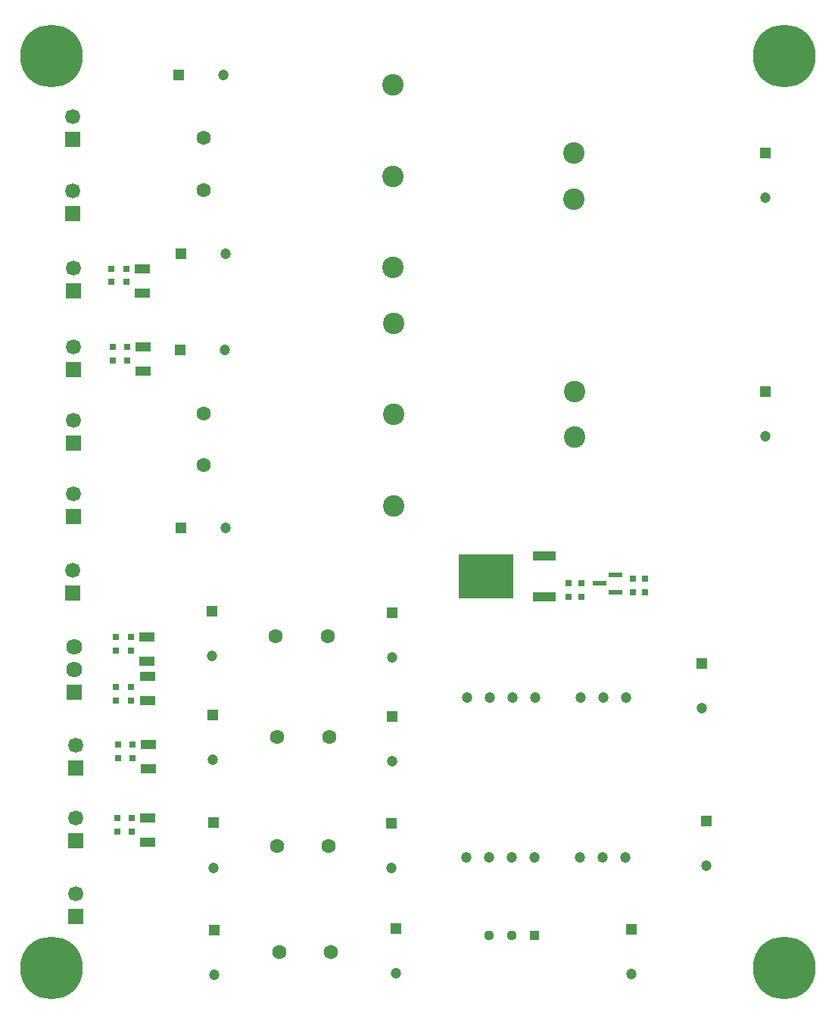
<source format=gbr>
%FSTAX23Y23*%
%MOIN*%
%SFA1B1*%

%IPPOS*%
%ADD10R,0.029527X0.031496*%
%ADD11R,0.062992X0.023622*%
%ADD12R,0.244094X0.192913*%
%ADD13R,0.102362X0.039370*%
%ADD14R,0.066929X0.043307*%
%ADD18C,0.094488*%
%ADD19C,0.275590*%
%ADD20C,0.047244*%
%ADD21R,0.044488X0.044488*%
%ADD22C,0.044488*%
%ADD23R,0.047244X0.047244*%
%ADD24C,0.062992*%
%ADD25R,0.066535X0.066535*%
%ADD26C,0.066535*%
%ADD27R,0.070275X0.070275*%
%ADD28C,0.070275*%
%ADD29R,0.047244X0.047244*%
%LNpcb.psu.dcdc.001.a1_pads_top-1*%
%LPD*%
G54D10*
X02773Y01813D03*
Y01873D03*
X02717Y01813D03*
Y01873D03*
X02491Y01792D03*
Y01851D03*
X02436D03*
Y01792D03*
X00447Y0076D03*
Y00819D03*
X00512Y0076D03*
Y00819D03*
X0045Y01082D03*
Y01141D03*
X00514Y01082D03*
Y01141D03*
X00443Y01556D03*
Y01615D03*
X00507Y01556D03*
Y01615D03*
X00443Y01335D03*
Y01394D03*
X00507Y01335D03*
Y01394D03*
X00428Y02833D03*
Y02892D03*
X00492Y02833D03*
X00492Y02892D03*
X00423Y03177D03*
Y03236D03*
X00487Y03177D03*
Y03236D03*
G54D11*
X02641Y01813D03*
Y01888D03*
X0257Y01851D03*
G54D12*
X02073Y01882D03*
G54D13*
X02329Y01973D03*
Y01792D03*
G54D14*
X00583Y00819D03*
Y00713D03*
X00585Y01142D03*
Y01036D03*
X0058Y01442D03*
Y01336D03*
X00579Y01616D03*
Y01509D03*
X00563Y02892D03*
Y02786D03*
X00559Y03236D03*
Y03129D03*
G54D18*
X01664Y02594D03*
Y02192D03*
Y02996D03*
X02463Y02494D03*
Y02694D03*
X0166Y03643D03*
Y03242D03*
Y04045D03*
X02459Y03543D03*
Y03744D03*
G54D19*
X03385Y04173D03*
Y00157D03*
X00157D03*
Y04173D03*
G54D20*
X01986Y00645D03*
X02086D03*
X02186D03*
X02286D03*
X02486D03*
X02586D03*
X02686D03*
X01675Y00134D03*
X00871Y006D03*
X00869Y01074D03*
X033Y025D03*
X01988Y01349D03*
X02088D03*
X02188D03*
X02288D03*
X02488D03*
X02588D03*
X02688D03*
X033Y03548D03*
X00876Y00128D03*
X0271Y00132D03*
X01654Y00598D03*
X03043Y00608D03*
X00866Y01531D03*
X01659Y01069D03*
Y01526D03*
X03023Y01301D03*
X00926Y02094D03*
X00923Y02877D03*
X00925Y03303D03*
X00914Y0409D03*
G54D21*
X02284Y00301D03*
G54D22*
X02184Y00301D03*
X02084D03*
G54D23*
X01675Y00331D03*
X00871Y00797D03*
X00869Y01271D03*
X033Y02696D03*
Y03745D03*
X00876Y00325D03*
X0271Y00329D03*
X01654Y00795D03*
X03043Y00805D03*
X00866Y01728D03*
X01659Y01266D03*
Y01723D03*
X03023Y01498D03*
G54D24*
X0115Y00696D03*
X01378D03*
X00827Y02372D03*
Y026D03*
X00828Y03583D03*
Y03812D03*
X0138Y01175D03*
X01152D03*
X01146Y0162D03*
X01375D03*
X0116Y00227D03*
X01388D03*
G54D25*
X00254Y03137D03*
X0025Y03804D03*
X00253Y0348D03*
X00265Y00386D03*
X00253Y0181D03*
X00254Y02144D03*
X00256Y0247D03*
X00266Y00719D03*
X00264Y0104D03*
X00255Y02792D03*
G54D26*
X00254Y03237D03*
X0025Y03904D03*
X00253Y0358D03*
X00265Y00486D03*
X00253Y0191D03*
X00254Y02244D03*
X00256Y0257D03*
X00266Y00819D03*
X00264Y0114D03*
X00255Y02892D03*
G54D27*
X00257Y01372D03*
G54D28*
X00257Y01572D03*
Y01472D03*
G54D29*
X00729Y02094D03*
X00726Y02877D03*
X00728Y03303D03*
X00717Y0409D03*
M02*
</source>
